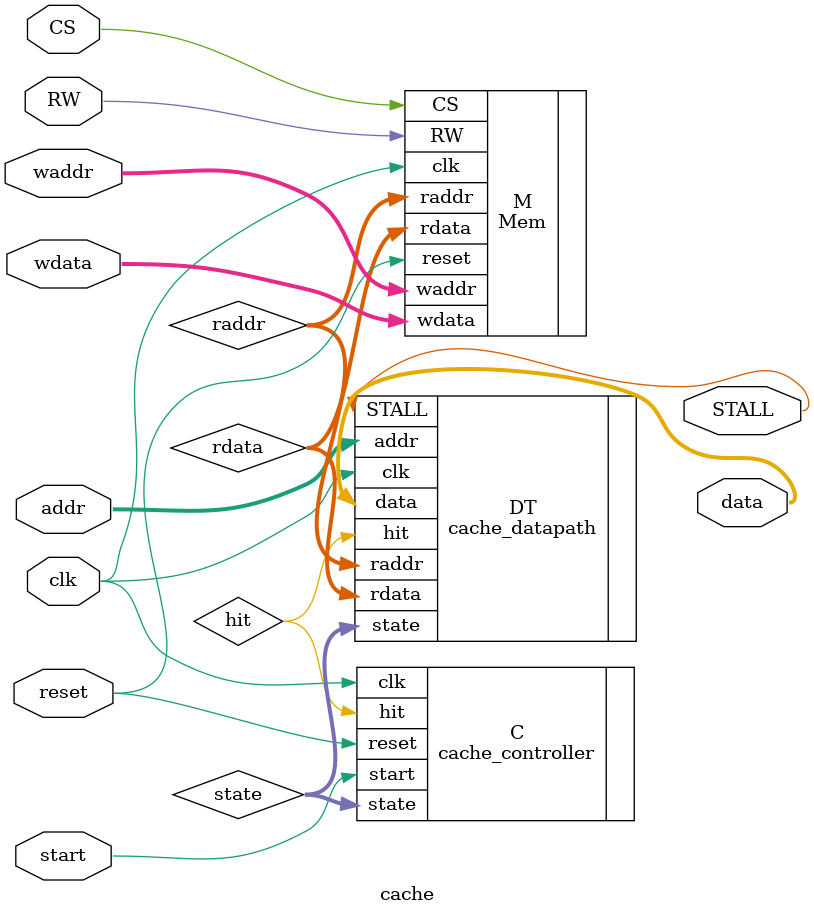
<source format=v>
`timescale 1ns / 1ps

module cache(
    input [5:0]    addr, waddr, 
	 input          clk, RW, CS, reset, start,
	 input [31:0]   wdata,
	 
    output [31:0]  data,
	 output         STALL
	 
    );
	 
	 wire [127:0]  rdata;
	 wire [5:0]   raddr;
	 wire [1:0]   state;
	 
	 Mem M (
		.wdata(wdata), 
		.raddr(raddr), 
		.waddr(waddr), 
		.clk(clk), 
		.CS(CS), 
		.reset(reset), 
		.RW(RW), 
		.rdata(rdata)
	 );
	 
	 
	 cache_datapath DT (
		.addr(addr), 
		.rdata(rdata), 
		.state(state), 
		.clk(clk),		
		.data(data), 
		.hit(hit),
		.raddr(raddr), 
		.STALL(STALL)
	);	
	
	cache_controller C (
		.clk(clk), 
		.reset(reset), 
		.start(start), 
		.hit(hit), 
		.state(state)
	);


endmodule


</source>
